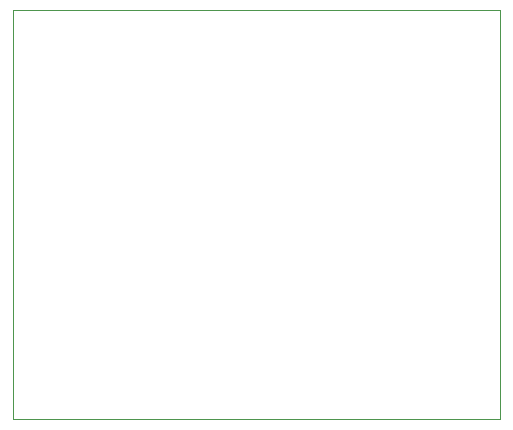
<source format=gm1>
G04 #@! TF.GenerationSoftware,KiCad,Pcbnew,7.0.11-2.fc39*
G04 #@! TF.CreationDate,2024-06-09T18:16:26+02:00*
G04 #@! TF.ProjectId,current_measurement_extension,63757272-656e-4745-9f6d-656173757265,1.0*
G04 #@! TF.SameCoordinates,Original*
G04 #@! TF.FileFunction,Profile,NP*
%FSLAX46Y46*%
G04 Gerber Fmt 4.6, Leading zero omitted, Abs format (unit mm)*
G04 Created by KiCad (PCBNEW 7.0.11-2.fc39) date 2024-06-09 18:16:26*
%MOMM*%
%LPD*%
G01*
G04 APERTURE LIST*
G04 #@! TA.AperFunction,Profile*
%ADD10C,0.100000*%
G04 #@! TD*
G04 APERTURE END LIST*
D10*
X87172800Y-45796200D02*
X128447800Y-45796200D01*
X128447800Y-80416400D01*
X87172800Y-80416400D01*
X87172800Y-45796200D01*
M02*

</source>
